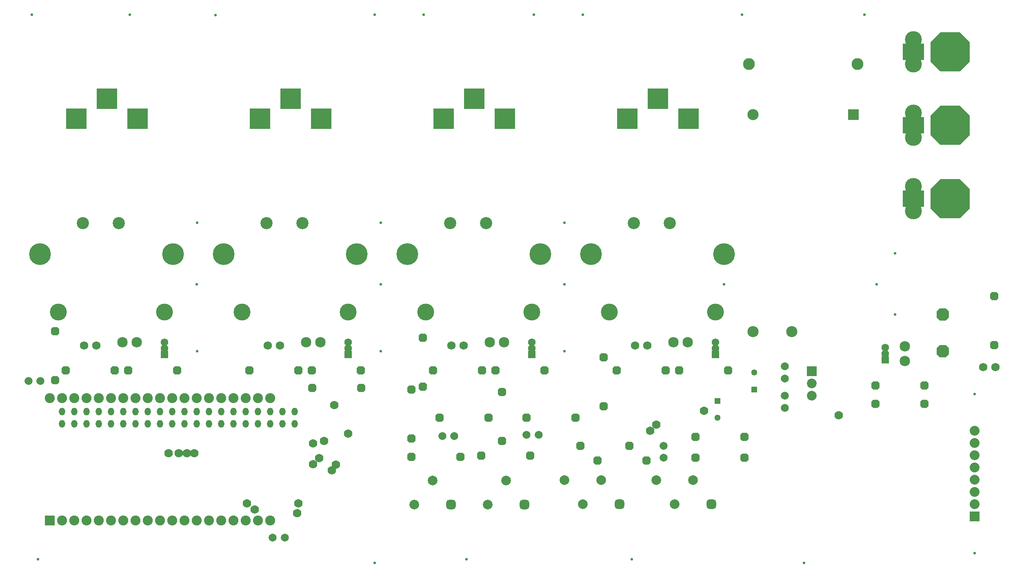
<source format=gbs>
G04*
G04 #@! TF.GenerationSoftware,Altium Limited,Altium Designer,23.7.1 (13)*
G04*
G04 Layer_Color=16711935*
%FSLAX44Y44*%
%MOMM*%
G71*
G04*
G04 #@! TF.SameCoordinates,780004CA-D6C6-4F34-BDD1-A59E27625C77*
G04*
G04*
G04 #@! TF.FilePolarity,Negative*
G04*
G01*
G75*
%ADD24R,4.5080X3.5080*%
G04:AMPARAMS|DCode=25|XSize=0.508mm|YSize=0.508mm|CornerRadius=0mm|HoleSize=0mm|Usage=FLASHONLY|Rotation=0.000|XOffset=0mm|YOffset=0mm|HoleType=Round|Shape=Octagon|*
%AMOCTAGOND25*
4,1,8,0.2540,-0.1270,0.2540,0.1270,0.1270,0.2540,-0.1270,0.2540,-0.2540,0.1270,-0.2540,-0.1270,-0.1270,-0.2540,0.1270,-0.2540,0.2540,-0.1270,0.0*
%
%ADD25OCTAGOND25*%

G04:AMPARAMS|DCode=26|XSize=1.7272mm|YSize=1.7272mm|CornerRadius=0mm|HoleSize=0mm|Usage=FLASHONLY|Rotation=180.000|XOffset=0mm|YOffset=0mm|HoleType=Round|Shape=Octagon|*
%AMOCTAGOND26*
4,1,8,-0.8636,0.4318,-0.8636,-0.4318,-0.4318,-0.8636,0.4318,-0.8636,0.8636,-0.4318,0.8636,0.4318,0.4318,0.8636,-0.4318,0.8636,-0.8636,0.4318,0.0*
%
%ADD26OCTAGOND26*%

%ADD27R,1.5580X1.5580*%
%ADD28C,1.5580*%
%ADD29C,1.7272*%
%ADD30C,2.1580*%
%ADD31C,3.5080*%
%ADD32C,4.5080*%
%ADD33C,2.5080*%
%ADD34R,4.3180X4.3180*%
%ADD35O,1.3000X1.6000*%
%ADD36R,2.0160X2.0160*%
%ADD37C,2.0160*%
G04:AMPARAMS|DCode=38|XSize=2.508mm|YSize=2.508mm|CornerRadius=0mm|HoleSize=0mm|Usage=FLASHONLY|Rotation=0.000|XOffset=0mm|YOffset=0mm|HoleType=Round|Shape=Octagon|*
%AMOCTAGOND38*
4,1,8,1.2540,-0.6270,1.2540,0.6270,0.6270,1.2540,-0.6270,1.2540,-1.2540,0.6270,-1.2540,-0.6270,-0.6270,-1.2540,0.6270,-1.2540,1.2540,-0.6270,0.0*
%
%ADD38OCTAGOND38*%

%ADD39C,1.6580*%
G04:AMPARAMS|DCode=40|XSize=1.7272mm|YSize=1.7272mm|CornerRadius=0mm|HoleSize=0mm|Usage=FLASHONLY|Rotation=90.000|XOffset=0mm|YOffset=0mm|HoleType=Round|Shape=Octagon|*
%AMOCTAGOND40*
4,1,8,0.4318,0.8636,-0.4318,0.8636,-0.8636,0.4318,-0.8636,-0.4318,-0.4318,-0.8636,0.4318,-0.8636,0.8636,-0.4318,0.8636,0.4318,0.4318,0.8636,0.0*
%
%ADD40OCTAGOND40*%

%ADD41R,1.3000X1.3000*%
%ADD42C,1.3000*%
%ADD43C,2.0080*%
G04:AMPARAMS|DCode=44|XSize=2.008mm|YSize=2.008mm|CornerRadius=0.629mm|HoleSize=0mm|Usage=FLASHONLY|Rotation=0.000|XOffset=0mm|YOffset=0mm|HoleType=Round|Shape=RoundedRectangle|*
%AMROUNDEDRECTD44*
21,1,2.0080,0.7500,0,0,0.0*
21,1,0.7500,2.0080,0,0,0.0*
1,1,1.2580,0.3750,-0.3750*
1,1,1.2580,-0.3750,-0.3750*
1,1,1.2580,-0.3750,0.3750*
1,1,1.2580,0.3750,0.3750*
%
%ADD44ROUNDEDRECTD44*%
%ADD45R,2.0680X2.0680*%
%ADD46C,2.0680*%
%ADD47C,2.0320*%
%ADD48R,2.0320X2.0320*%
%ADD49C,2.3080*%
%ADD50R,2.3080X2.3080*%
G04:AMPARAMS|DCode=51|XSize=8.128mm|YSize=8.128mm|CornerRadius=0mm|HoleSize=0mm|Usage=FLASHONLY|Rotation=0.000|XOffset=0mm|YOffset=0mm|HoleType=Round|Shape=Octagon|*
%AMOCTAGOND51*
4,1,8,4.0640,-2.0320,4.0640,2.0320,2.0320,4.0640,-2.0320,4.0640,-4.0640,2.0320,-4.0640,-2.0320,-2.0320,-4.0640,2.0320,-4.0640,4.0640,-2.0320,0.0*
%
%ADD51OCTAGOND51*%

%ADD52C,2.4580*%
%ADD53C,1.7780*%
D24*
X1879600Y1117040D02*
D03*
Y812240D02*
D03*
Y964640D02*
D03*
D25*
X393700Y762000D02*
D03*
X254000Y1193800D02*
D03*
X863600D02*
D03*
X1092200D02*
D03*
X393700Y495300D02*
D03*
X774700D02*
D03*
Y762000D02*
D03*
X1155700Y762000D02*
D03*
Y495300D02*
D03*
X1778000Y1193800D02*
D03*
X1841500Y698500D02*
D03*
Y571500D02*
D03*
X1652420Y55880D02*
D03*
X762000D02*
D03*
X63500Y63500D02*
D03*
X2006600Y406400D02*
D03*
X952500Y63500D02*
D03*
X1295400D02*
D03*
X1524000Y1193800D02*
D03*
X1193800D02*
D03*
X431800Y1193240D02*
D03*
X762000Y1193800D02*
D03*
X50800D02*
D03*
X2006600Y76200D02*
D03*
X1803400Y634440D02*
D03*
X1486900D02*
D03*
X1155700D02*
D03*
X774700D02*
D03*
X392684D02*
D03*
D26*
X734060Y419397D02*
D03*
X632460D02*
D03*
X631600Y455846D02*
D03*
X733200D02*
D03*
X603410D02*
D03*
X501810D02*
D03*
X1800860Y386080D02*
D03*
X1902460D02*
D03*
X1800860Y424180D02*
D03*
X1902460D02*
D03*
X1012600Y455846D02*
D03*
X1114200D02*
D03*
X984410D02*
D03*
X882810D02*
D03*
X1427480Y317500D02*
D03*
X1529080D02*
D03*
X1427480Y274320D02*
D03*
X1529080D02*
D03*
X1325880Y268680D02*
D03*
X1224280D02*
D03*
X1290320Y299160D02*
D03*
X1188720D02*
D03*
X939800Y276300D02*
D03*
X838200D02*
D03*
X1076960Y357580D02*
D03*
X1178560D02*
D03*
X1084580Y278840D02*
D03*
X982980D02*
D03*
X896620Y357580D02*
D03*
X998220D02*
D03*
X1495200Y455846D02*
D03*
X1393600D02*
D03*
X1263810D02*
D03*
X1365410D02*
D03*
X250600D02*
D03*
X352200D02*
D03*
X222410D02*
D03*
X120810D02*
D03*
D27*
X706900Y488924D02*
D03*
X1821180Y477520D02*
D03*
X1087900Y488924D02*
D03*
X1468900D02*
D03*
X325900D02*
D03*
D28*
X706900Y501624D02*
D03*
Y514324D02*
D03*
X1821180Y490220D02*
D03*
Y502920D02*
D03*
X1087900Y501624D02*
D03*
Y514324D02*
D03*
X1468900D02*
D03*
Y501624D02*
D03*
X325900D02*
D03*
Y514324D02*
D03*
D29*
X539910Y507440D02*
D03*
X565310D02*
D03*
X920910D02*
D03*
X946310D02*
D03*
X2049780Y462280D02*
D03*
X2024380D02*
D03*
X1327310Y507440D02*
D03*
X1301910D02*
D03*
X184310D02*
D03*
X158910D02*
D03*
D30*
X619346Y514324D02*
D03*
X649346D02*
D03*
X1861820Y505460D02*
D03*
Y475460D02*
D03*
X1000346Y514324D02*
D03*
X1030346D02*
D03*
X1411346D02*
D03*
X1381346D02*
D03*
X268346D02*
D03*
X238346D02*
D03*
D31*
X486900Y576940D02*
D03*
X706900D02*
D03*
X867900D02*
D03*
X1087900D02*
D03*
X1468900D02*
D03*
X1248900D02*
D03*
X105900D02*
D03*
X325900D02*
D03*
X1879600Y1091640D02*
D03*
Y1142440D02*
D03*
Y786840D02*
D03*
Y837640D02*
D03*
Y939240D02*
D03*
Y990040D02*
D03*
D32*
X724900Y696940D02*
D03*
X448900D02*
D03*
X1105900D02*
D03*
X829900D02*
D03*
X1210900D02*
D03*
X1486900D02*
D03*
X343900D02*
D03*
X67900D02*
D03*
D33*
X612300Y761440D02*
D03*
X537300D02*
D03*
X993300D02*
D03*
X918300D02*
D03*
X1299300D02*
D03*
X1374300D02*
D03*
X231300D02*
D03*
X156300D02*
D03*
D34*
X650654Y978102D02*
D03*
X523654D02*
D03*
X587154Y1020012D02*
D03*
X1031654Y978102D02*
D03*
X904654D02*
D03*
X968154Y1020012D02*
D03*
X1349154D02*
D03*
X1285654Y978102D02*
D03*
X1412654D02*
D03*
X269654D02*
D03*
X142654D02*
D03*
X206154Y1020012D02*
D03*
D35*
X595884Y370280D02*
D03*
Y344880D02*
D03*
X570484Y370280D02*
D03*
Y344880D02*
D03*
X545084Y370280D02*
D03*
Y344880D02*
D03*
X519684Y370280D02*
D03*
Y344880D02*
D03*
X494284Y370280D02*
D03*
Y344880D02*
D03*
X468884Y370280D02*
D03*
Y344880D02*
D03*
X443484Y370280D02*
D03*
Y344880D02*
D03*
X418084Y370280D02*
D03*
Y344880D02*
D03*
X392684Y370280D02*
D03*
Y344880D02*
D03*
X367284Y370280D02*
D03*
Y344880D02*
D03*
X341884Y370280D02*
D03*
Y344880D02*
D03*
X316484Y370280D02*
D03*
Y344880D02*
D03*
X291084Y370280D02*
D03*
Y344880D02*
D03*
X265684Y370280D02*
D03*
Y344880D02*
D03*
X240284Y370280D02*
D03*
Y344880D02*
D03*
X214884Y370280D02*
D03*
Y344880D02*
D03*
X189484Y370280D02*
D03*
Y344880D02*
D03*
X164084Y370280D02*
D03*
Y344880D02*
D03*
X113284D02*
D03*
Y370280D02*
D03*
X138684Y344880D02*
D03*
Y370280D02*
D03*
D36*
X1668780Y454100D02*
D03*
D37*
Y428700D02*
D03*
Y403300D02*
D03*
D38*
X1940560Y571400D02*
D03*
Y495400D02*
D03*
D39*
X1102160Y322020D02*
D03*
X1077160D02*
D03*
X927100Y319480D02*
D03*
X902100D02*
D03*
X1361440Y299160D02*
D03*
Y274160D02*
D03*
X68580Y433780D02*
D03*
X43580D02*
D03*
X575364Y108660D02*
D03*
X550364D02*
D03*
X1612900Y403100D02*
D03*
Y378100D02*
D03*
Y439060D02*
D03*
Y464060D02*
D03*
D40*
X862203Y523240D02*
D03*
Y421640D02*
D03*
X1236980Y482600D02*
D03*
Y381000D02*
D03*
X99060Y536816D02*
D03*
Y435216D02*
D03*
X2047240Y609600D02*
D03*
Y508000D02*
D03*
X1026160Y410920D02*
D03*
Y309320D02*
D03*
X838200Y416000D02*
D03*
Y314400D02*
D03*
D41*
X1473200Y392150D02*
D03*
X1549400Y416280D02*
D03*
D42*
X1473200Y357150D02*
D03*
X1549400Y451280D02*
D03*
D43*
X1346200Y227800D02*
D03*
X1384300Y177800D02*
D03*
X1422400Y227800D02*
D03*
X1155700D02*
D03*
X1193800Y177800D02*
D03*
X1231900Y227800D02*
D03*
X996550Y177500D02*
D03*
X1034650Y227500D02*
D03*
X844150Y177500D02*
D03*
X882250Y227500D02*
D03*
D44*
X1460500Y177800D02*
D03*
X1270000D02*
D03*
X1072750Y177500D02*
D03*
X920350D02*
D03*
D45*
X87884Y144220D02*
D03*
D46*
X113284D02*
D03*
X545084D02*
D03*
X138684D02*
D03*
X164084D02*
D03*
X189484D02*
D03*
X214884D02*
D03*
X240284D02*
D03*
X265684D02*
D03*
X291084D02*
D03*
X316484D02*
D03*
X341884D02*
D03*
X367284D02*
D03*
X392684D02*
D03*
X418084D02*
D03*
X443484D02*
D03*
X468884D02*
D03*
X494284D02*
D03*
X519684D02*
D03*
X87884Y398220D02*
D03*
X113284D02*
D03*
X138684D02*
D03*
X164084D02*
D03*
X189484D02*
D03*
X214884D02*
D03*
X240284D02*
D03*
X265684D02*
D03*
X291084D02*
D03*
X316484D02*
D03*
X341884D02*
D03*
X367284D02*
D03*
X392684D02*
D03*
X418084D02*
D03*
X443484D02*
D03*
X468884D02*
D03*
X494284D02*
D03*
X519684D02*
D03*
X545084D02*
D03*
D47*
X2006600Y330200D02*
D03*
Y304800D02*
D03*
Y279400D02*
D03*
Y254000D02*
D03*
Y228600D02*
D03*
Y203200D02*
D03*
Y177800D02*
D03*
D48*
Y152400D02*
D03*
D49*
X1627000Y536440D02*
D03*
X1547000D02*
D03*
Y986440D02*
D03*
D50*
X1755000D02*
D03*
D51*
X1955800Y1117040D02*
D03*
Y812240D02*
D03*
Y964640D02*
D03*
D52*
X1763500Y1091640D02*
D03*
X1538500D02*
D03*
D53*
X1724660Y362331D02*
D03*
X678032Y383921D02*
D03*
X1445260Y372312D02*
D03*
X334700Y284226D02*
D03*
X355346Y283464D02*
D03*
X372618D02*
D03*
X387350D02*
D03*
X1333500Y330200D02*
D03*
X1346200Y342900D02*
D03*
X706900Y324560D02*
D03*
X672886Y248049D02*
D03*
X681615Y259916D02*
D03*
X656844Y309320D02*
D03*
X603781Y179780D02*
D03*
X496824D02*
D03*
X513237Y167080D02*
D03*
X600964Y159460D02*
D03*
X633919Y260811D02*
D03*
X646684Y273760D02*
D03*
X633919Y304240D02*
D03*
M02*

</source>
